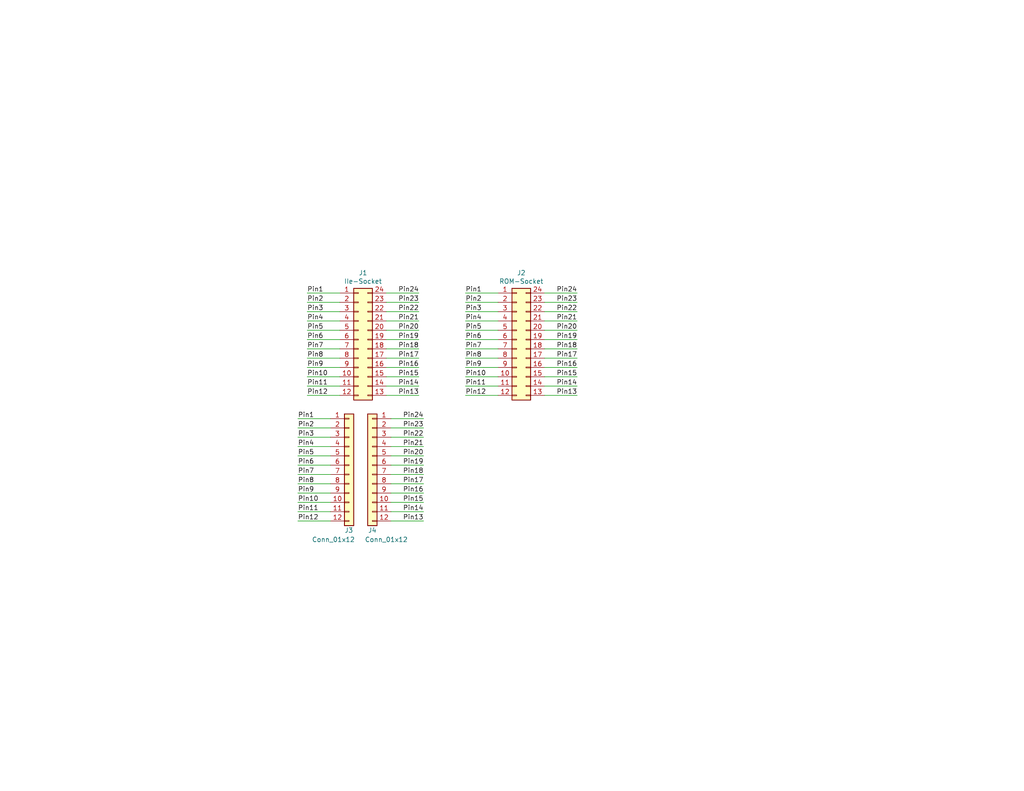
<source format=kicad_sch>
(kicad_sch (version 20230121) (generator eeschema)
  (paper "USLetter")
  (title_block (title "ROM Interpose Board") (date "2021-06-16") (rev "1") (company "Bald Engineer Live"))
  (lib_symbols
    (symbol "Connector_Generic:Conn_01x12" (pin_names (offset 1.016) hide)
      (property "Reference" "J" (at 0 15.24 0))
      (property "Value" "Conn_01x12" (at 0 -17.78 0))
      (symbol "Conn_01x12_1_1"
        (rectangle (start -1.27 -15.113) (end 0 -15.367) (stroke (width 0.1524)))
        (rectangle (start -1.27 -12.573) (end 0 -12.827) (stroke (width 0.1524)))
        (rectangle (start -1.27 -10.033) (end 0 -10.287) (stroke (width 0.1524)))
        (rectangle (start -1.27 -7.493) (end 0 -7.747) (stroke (width 0.1524)))
        (rectangle (start -1.27 -4.953) (end 0 -5.207) (stroke (width 0.1524)))
        (rectangle (start -1.27 -2.413) (end 0 -2.667) (stroke (width 0.1524)))
        (rectangle (start -1.27 0.127) (end 0 -0.127) (stroke (width 0.1524)))
        (rectangle (start -1.27 2.667) (end 0 2.413) (stroke (width 0.1524)))
        (rectangle (start -1.27 5.207) (end 0 4.953) (stroke (width 0.1524)))
        (rectangle (start -1.27 7.747) (end 0 7.493) (stroke (width 0.1524)))
        (rectangle (start -1.27 10.287) (end 0 10.033) (stroke (width 0.1524)))
        (rectangle (start -1.27 12.827) (end 0 12.573) (stroke (width 0.1524)))
        (rectangle (start -1.27 13.97) (end 1.27 -16.51) (stroke (width 0.254)) (fill (type background)))
        (pin passive line (at -5.08 12.7 0) (length 3.81) (name "Pin_1") (number "1"))
        (pin passive line (at -5.08 -10.16 0) (length 3.81) (name "Pin_10") (number "10"))
        (pin passive line (at -5.08 -12.7 0) (length 3.81) (name "Pin_11") (number "11"))
        (pin passive line (at -5.08 -15.24 0) (length 3.81) (name "Pin_12") (number "12"))
        (pin passive line (at -5.08 10.16 0) (length 3.81) (name "Pin_2") (number "2"))
        (pin passive line (at -5.08 7.62 0) (length 3.81) (name "Pin_3") (number "3"))
        (pin passive line (at -5.08 5.08 0) (length 3.81) (name "Pin_4") (number "4"))
        (pin passive line (at -5.08 2.54 0) (length 3.81) (name "Pin_5") (number "5"))
        (pin passive line (at -5.08 0 0) (length 3.81) (name "Pin_6") (number "6"))
        (pin passive line (at -5.08 -2.54 0) (length 3.81) (name "Pin_7") (number "7"))
        (pin passive line (at -5.08 -5.08 0) (length 3.81) (name "Pin_8") (number "8"))
        (pin passive line (at -5.08 -7.62 0) (length 3.81) (name "Pin_9") (number "9"))
      )
    )
    (symbol "Connector_Generic:Conn_02x12_Counter_Clockwise" (pin_names (offset 1.016) hide)
      (property "Reference" "J" (at 1.27 15.24 0))
      (property "Value" "Conn_02x12_Counter_Clockwise" (at 1.27 -17.78 0))
      (symbol "Conn_02x12_Counter_Clockwise_1_1"
        (rectangle (start -1.27 -15.113) (end 0 -15.367) (stroke (width 0.1524)))
        (rectangle (start -1.27 -12.573) (end 0 -12.827) (stroke (width 0.1524)))
        (rectangle (start -1.27 -10.033) (end 0 -10.287) (stroke (width 0.1524)))
        (rectangle (start -1.27 -7.493) (end 0 -7.747) (stroke (width 0.1524)))
        (rectangle (start -1.27 -4.953) (end 0 -5.207) (stroke (width 0.1524)))
        (rectangle (start -1.27 -2.413) (end 0 -2.667) (stroke (width 0.1524)))
        (rectangle (start -1.27 0.127) (end 0 -0.127) (stroke (width 0.1524)))
        (rectangle (start -1.27 2.667) (end 0 2.413) (stroke (width 0.1524)))
        (rectangle (start -1.27 5.207) (end 0 4.953) (stroke (width 0.1524)))
        (rectangle (start -1.27 7.747) (end 0 7.493) (stroke (width 0.1524)))
        (rectangle (start -1.27 10.287) (end 0 10.033) (stroke (width 0.1524)))
        (rectangle (start -1.27 12.827) (end 0 12.573) (stroke (width 0.1524)))
        (rectangle (start -1.27 13.97) (end 3.81 -16.51) (stroke (width 0.254)) (fill (type background)))
        (rectangle (start 3.81 -15.113) (end 2.54 -15.367) (stroke (width 0.1524)))
        (rectangle (start 3.81 -12.573) (end 2.54 -12.827) (stroke (width 0.1524)))
        (rectangle (start 3.81 -10.033) (end 2.54 -10.287) (stroke (width 0.1524)))
        (rectangle (start 3.81 -7.493) (end 2.54 -7.747) (stroke (width 0.1524)))
        (rectangle (start 3.81 -4.953) (end 2.54 -5.207) (stroke (width 0.1524)))
        (rectangle (start 3.81 -2.413) (end 2.54 -2.667) (stroke (width 0.1524)))
        (rectangle (start 3.81 0.127) (end 2.54 -0.127) (stroke (width 0.1524)))
        (rectangle (start 3.81 2.667) (end 2.54 2.413) (stroke (width 0.1524)))
        (rectangle (start 3.81 5.207) (end 2.54 4.953) (stroke (width 0.1524)))
        (rectangle (start 3.81 7.747) (end 2.54 7.493) (stroke (width 0.1524)))
        (rectangle (start 3.81 10.287) (end 2.54 10.033) (stroke (width 0.1524)))
        (rectangle (start 3.81 12.827) (end 2.54 12.573) (stroke (width 0.1524)))
        (pin passive line (at -5.08 12.7 0) (length 3.81) (name "Pin_1") (number "1"))
        (pin passive line (at -5.08 -10.16 0) (length 3.81) (name "Pin_10") (number "10"))
        (pin passive line (at -5.08 -12.7 0) (length 3.81) (name "Pin_11") (number "11"))
        (pin passive line (at -5.08 -15.24 0) (length 3.81) (name "Pin_12") (number "12"))
        (pin passive line (at 7.62 -15.24 180) (length 3.81) (name "Pin_13") (number "13"))
        (pin passive line (at 7.62 -12.7 180) (length 3.81) (name "Pin_14") (number "14"))
        (pin passive line (at 7.62 -10.16 180) (length 3.81) (name "Pin_15") (number "15"))
        (pin passive line (at 7.62 -7.62 180) (length 3.81) (name "Pin_16") (number "16"))
        (pin passive line (at 7.62 -5.08 180) (length 3.81) (name "Pin_17") (number "17"))
        (pin passive line (at 7.62 -2.54 180) (length 3.81) (name "Pin_18") (number "18"))
        (pin passive line (at 7.62 0 180) (length 3.81) (name "Pin_19") (number "19"))
        (pin passive line (at -5.08 10.16 0) (length 3.81) (name "Pin_2") (number "2"))
        (pin passive line (at 7.62 2.54 180) (length 3.81) (name "Pin_20") (number "20"))
        (pin passive line (at 7.62 5.08 180) (length 3.81) (name "Pin_21") (number "21"))
        (pin passive line (at 7.62 7.62 180) (length 3.81) (name "Pin_22") (number "22"))
        (pin passive line (at 7.62 10.16 180) (length 3.81) (name "Pin_23") (number "23"))
        (pin passive line (at 7.62 12.7 180) (length 3.81) (name "Pin_24") (number "24"))
        (pin passive line (at -5.08 7.62 0) (length 3.81) (name "Pin_3") (number "3"))
        (pin passive line (at -5.08 5.08 0) (length 3.81) (name "Pin_4") (number "4"))
        (pin passive line (at -5.08 2.54 0) (length 3.81) (name "Pin_5") (number "5"))
        (pin passive line (at -5.08 0 0) (length 3.81) (name "Pin_6") (number "6"))
        (pin passive line (at -5.08 -2.54 0) (length 3.81) (name "Pin_7") (number "7"))
        (pin passive line (at -5.08 -5.08 0) (length 3.81) (name "Pin_8") (number "8"))
        (pin passive line (at -5.08 -7.62 0) (length 3.81) (name "Pin_9") (number "9"))
      )
    )
  )
  (wire (pts (xy 127 90.17) (xy 135.89 90.17)))
  (wire (pts (xy 106.68 124.46) (xy 115.57 124.46)))
  (wire (pts (xy 105.41 90.17) (xy 114.3 90.17)))
  (wire (pts (xy 81.28 137.16) (xy 90.17 137.16)))
  (wire (pts (xy 148.59 82.55) (xy 157.48 82.55)))
  (wire (pts (xy 81.28 127) (xy 90.17 127)))
  (wire (pts (xy 106.68 132.08) (xy 115.57 132.08)))
  (wire (pts (xy 127 85.09) (xy 135.89 85.09)))
  (wire (pts (xy 127 102.87) (xy 135.89 102.87)))
  (wire (pts (xy 148.59 105.41) (xy 157.48 105.41)))
  (wire (pts (xy 105.41 97.79) (xy 114.3 97.79)))
  (wire (pts (xy 92.71 107.95) (xy 83.82 107.95)))
  (wire (pts (xy 81.28 114.3) (xy 90.17 114.3)))
  (wire (pts (xy 148.59 95.25) (xy 157.48 95.25)))
  (wire (pts (xy 83.82 87.63) (xy 92.71 87.63)))
  (wire (pts (xy 127 97.79) (xy 135.89 97.79)))
  (wire (pts (xy 106.68 139.7) (xy 115.57 139.7)))
  (wire (pts (xy 106.68 127) (xy 115.57 127)))
  (wire (pts (xy 127 82.55) (xy 135.89 82.55)))
  (wire (pts (xy 148.59 102.87) (xy 157.48 102.87)))
  (wire (pts (xy 81.28 139.7) (xy 90.17 139.7)))
  (wire (pts (xy 105.41 102.87) (xy 114.3 102.87)))
  (wire (pts (xy 83.82 102.87) (xy 92.71 102.87)))
  (wire (pts (xy 127 92.71) (xy 135.89 92.71)))
  (wire (pts (xy 105.41 82.55) (xy 114.3 82.55)))
  (wire (pts (xy 105.41 100.33) (xy 114.3 100.33)))
  (wire (pts (xy 83.82 105.41) (xy 92.71 105.41)))
  (wire (pts (xy 105.41 107.95) (xy 114.3 107.95)))
  (wire (pts (xy 81.28 134.62) (xy 90.17 134.62)))
  (wire (pts (xy 106.68 134.62) (xy 115.57 134.62)))
  (wire (pts (xy 127 80.01) (xy 135.89 80.01)))
  (wire (pts (xy 127 87.63) (xy 135.89 87.63)))
  (wire (pts (xy 105.41 87.63) (xy 114.3 87.63)))
  (wire (pts (xy 148.59 107.95) (xy 157.48 107.95)))
  (wire (pts (xy 106.68 142.24) (xy 115.57 142.24)))
  (wire (pts (xy 83.82 85.09) (xy 92.71 85.09)))
  (wire (pts (xy 148.59 90.17) (xy 157.48 90.17)))
  (wire (pts (xy 148.59 87.63) (xy 157.48 87.63)))
  (wire (pts (xy 83.82 95.25) (xy 92.71 95.25)))
  (wire (pts (xy 127 100.33) (xy 135.89 100.33)))
  (wire (pts (xy 135.89 107.95) (xy 127 107.95)))
  (wire (pts (xy 105.41 92.71) (xy 114.3 92.71)))
  (wire (pts (xy 148.59 92.71) (xy 157.48 92.71)))
  (wire (pts (xy 106.68 121.92) (xy 115.57 121.92)))
  (wire (pts (xy 148.59 80.01) (xy 157.48 80.01)))
  (wire (pts (xy 90.17 142.24) (xy 81.28 142.24)))
  (wire (pts (xy 127 95.25) (xy 135.89 95.25)))
  (wire (pts (xy 81.28 129.54) (xy 90.17 129.54)))
  (wire (pts (xy 83.82 97.79) (xy 92.71 97.79)))
  (wire (pts (xy 83.82 82.55) (xy 92.71 82.55)))
  (wire (pts (xy 81.28 124.46) (xy 90.17 124.46)))
  (wire (pts (xy 127 105.41) (xy 135.89 105.41)))
  (wire (pts (xy 106.68 119.38) (xy 115.57 119.38)))
  (wire (pts (xy 106.68 116.84) (xy 115.57 116.84)))
  (wire (pts (xy 106.68 114.3) (xy 115.57 114.3)))
  (wire (pts (xy 106.68 137.16) (xy 115.57 137.16)))
  (wire (pts (xy 105.41 85.09) (xy 114.3 85.09)))
  (wire (pts (xy 81.28 121.92) (xy 90.17 121.92)))
  (wire (pts (xy 81.28 132.08) (xy 90.17 132.08)))
  (wire (pts (xy 106.68 129.54) (xy 115.57 129.54)))
  (wire (pts (xy 83.82 90.17) (xy 92.71 90.17)))
  (wire (pts (xy 105.41 105.41) (xy 114.3 105.41)))
  (wire (pts (xy 83.82 100.33) (xy 92.71 100.33)))
  (wire (pts (xy 81.28 116.84) (xy 90.17 116.84)))
  (wire (pts (xy 83.82 92.71) (xy 92.71 92.71)))
  (wire (pts (xy 148.59 85.09) (xy 157.48 85.09)))
  (wire (pts (xy 105.41 80.01) (xy 114.3 80.01)))
  (wire (pts (xy 105.41 95.25) (xy 114.3 95.25)))
  (wire (pts (xy 83.82 80.01) (xy 92.71 80.01)))
  (wire (pts (xy 148.59 100.33) (xy 157.48 100.33)))
  (wire (pts (xy 81.28 119.38) (xy 90.17 119.38)))
  (wire (pts (xy 148.59 97.79) (xy 157.48 97.79)))
  (label "Pin18" (at 114.3 95.25 180))
  (label "Pin24" (at 114.3 80.01 180))
  (label "Pin2" (at 81.28 116.84 0))
  (label "Pin7" (at 81.28 129.54 0))
  (label "Pin3" (at 81.28 119.38 0))
  (label "Pin11" (at 81.28 139.7 0))
  (label "Pin5" (at 81.28 124.46 0))
  (label "Pin14" (at 115.57 139.7 180))
  (label "Pin16" (at 157.48 100.33 180))
  (label "Pin16" (at 114.3 100.33 180))
  (label "Pin3" (at 127 85.09 0))
  (label "Pin1" (at 127 80.01 0))
  (label "Pin12" (at 127 107.95 0))
  (label "Pin13" (at 157.48 107.95 180))
  (label "Pin1" (at 83.82 80.01 0))
  (label "Pin12" (at 83.82 107.95 0))
  (label "Pin17" (at 157.48 97.79 180))
  (label "Pin15" (at 114.3 102.87 180))
  (label "Pin4" (at 127 87.63 0))
  (label "Pin20" (at 115.57 124.46 180))
  (label "Pin2" (at 83.82 82.55 0))
  (label "Pin21" (at 115.57 121.92 180))
  (label "Pin6" (at 127 92.71 0))
  (label "Pin11" (at 83.82 105.41 0))
  (label "Pin18" (at 115.57 129.54 180))
  (label "Pin4" (at 81.28 121.92 0))
  (label "Pin6" (at 83.82 92.71 0))
  (label "Pin7" (at 83.82 95.25 0))
  (label "Pin8" (at 81.28 132.08 0))
  (label "Pin5" (at 127 90.17 0))
  (label "Pin14" (at 114.3 105.41 180))
  (label "Pin13" (at 114.3 107.95 180))
  (label "Pin9" (at 83.82 100.33 0))
  (label "Pin23" (at 115.57 116.84 180))
  (label "Pin8" (at 127 97.79 0))
  (label "Pin15" (at 157.48 102.87 180))
  (label "Pin23" (at 157.48 82.55 180))
  (label "Pin14" (at 157.48 105.41 180))
  (label "Pin11" (at 127 105.41 0))
  (label "Pin4" (at 83.82 87.63 0))
  (label "Pin10" (at 81.28 137.16 0))
  (label "Pin19" (at 114.3 92.71 180))
  (label "Pin20" (at 157.48 90.17 180))
  (label "Pin20" (at 114.3 90.17 180))
  (label "Pin17" (at 114.3 97.79 180))
  (label "Pin10" (at 83.82 102.87 0))
  (label "Pin23" (at 114.3 82.55 180))
  (label "Pin10" (at 127 102.87 0))
  (label "Pin3" (at 83.82 85.09 0))
  (label "Pin1" (at 81.28 114.3 0))
  (label "Pin18" (at 157.48 95.25 180))
  (label "Pin22" (at 114.3 85.09 180))
  (label "Pin9" (at 81.28 134.62 0))
  (label "Pin17" (at 115.57 132.08 180))
  (label "Pin15" (at 115.57 137.16 180))
  (label "Pin5" (at 83.82 90.17 0))
  (label "Pin12" (at 81.28 142.24 0))
  (label "Pin2" (at 127 82.55 0))
  (label "Pin21" (at 114.3 87.63 180))
  (label "Pin13" (at 115.57 142.24 180))
  (label "Pin9" (at 127 100.33 0))
  (label "Pin24" (at 157.48 80.01 180))
  (label "Pin16" (at 115.57 134.62 180))
  (label "Pin21" (at 157.48 87.63 180))
  (label "Pin6" (at 81.28 127 0))
  (label "Pin19" (at 157.48 92.71 180))
  (label "Pin7" (at 127 95.25 0))
  (label "Pin22" (at 115.57 119.38 180))
  (label "Pin19" (at 115.57 127 180))
  (label "Pin24" (at 115.57 114.3 180))
  (label "Pin8" (at 83.82 97.79 0))
  (label "Pin22" (at 157.48 85.09 180))
  (symbol (lib_id "Connector_Generic:Conn_02x12_Counter_Clockwise") (at 97.79 92.71 0) (unit 1)
    (property "Reference" "J1" (at 99.06 74.4982 0))
    (property "Value" "IIe-Socket" (at 99.06 76.8096 0))
    (property "Footprint" "Package_DIP:DIP-24_W15.24mm" (effects hide))
  )
  (symbol (lib_id "Connector_Generic:Conn_02x12_Counter_Clockwise") (at 140.97 92.71 0) (unit 1)
    (property "Reference" "J2" (at 142.24 74.4982 0))
    (property "Value" "ROM-Socket" (at 142.24 76.8096 0))
    (property "Footprint" "Package_DIP:DIP-24_W15.24mm" (effects hide))
  )
  (symbol (lib_id "Connector_Generic:Conn_01x12") (at 95.25 127 0) (unit 1)
    (property "Reference" "J3" (at 93.98 144.78 0) (effects (justify left)))
    (property "Value" "Conn_01x12" (at 85.09 147.32 0) (effects (justify left)))
    (property "Footprint" "Connector_PinHeader_2.54mm:PinHeader_1x12_P2.54mm_Vertical" (effects hide))
  )
  (symbol (lib_id "Connector_Generic:Conn_01x12") (at 101.6 127 0) (mirror y) (unit 1)
    (property "Reference" "J4" (at 101.6 144.78 0))
    (property "Value" "Conn_01x12" (at 105.41 147.32 0))
    (property "Footprint" "Connector_PinHeader_2.54mm:PinHeader_1x12_P2.54mm_Vertical" (effects hide))
  )
)
</source>
